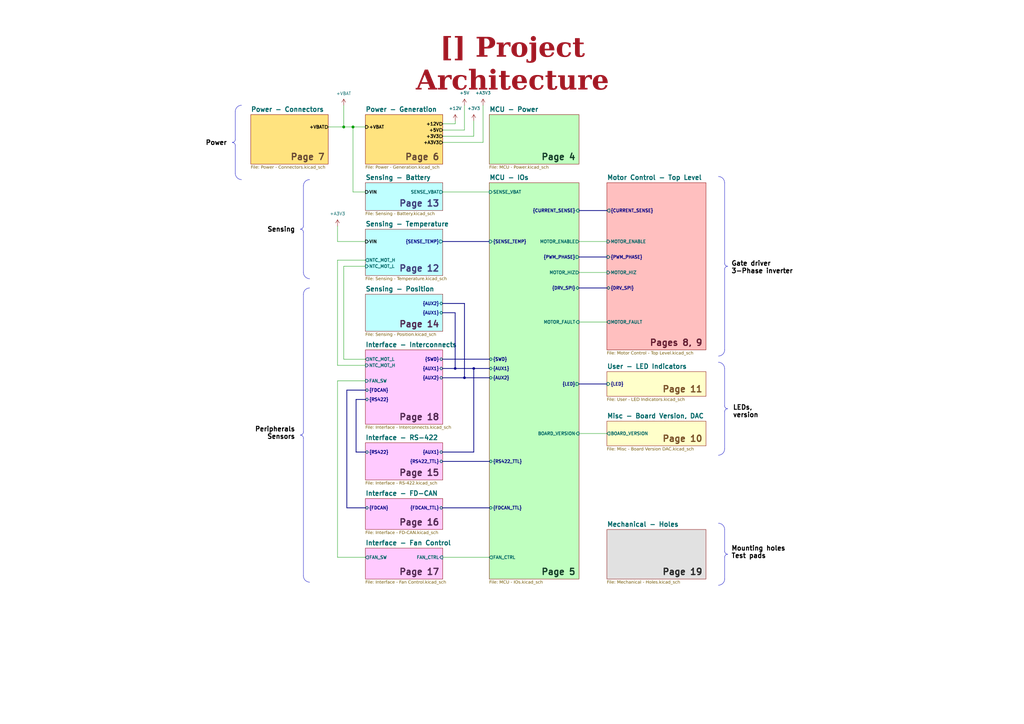
<source format=kicad_sch>
(kicad_sch (version 20230121) (generator eeschema)
  (paper "A3")
  (title_block (title "Project Architecture") (date "2023-11-25") (rev "${REVISION}") (company "${COMPANY}"))
  (lib_symbols
    (symbol "0_power_symbols:+A3V3" (power) (pin_names (offset 0))
      (property "Value" "+A3V3" (at 0 3.556 0))
      (symbol "+A3V3_0_1"
        (polyline (pts (xy -0.762 1.27) (xy 0 2.54)))
        (polyline (pts (xy 0 0) (xy 0 2.54)))
        (polyline (pts (xy 0 2.54) (xy 0.762 1.27)))
      )
      (symbol "+A3V3_1_1"
        (pin power_in line (at 0 0 90) (length 0) hide (name "+A3V3") (number "1"))
      )
    )
    (symbol "0_power_symbols:+VBAT" (power) (pin_names (offset 0))
      (property "Value" "+VBAT" (at 0 3.556 0))
      (symbol "+VBAT_0_1"
        (polyline (pts (xy -0.762 1.27) (xy 0 2.54)))
        (polyline (pts (xy 0 0) (xy 0 2.54)))
        (polyline (pts (xy 0 2.54) (xy 0.762 1.27)))
      )
      (symbol "+VBAT_1_1"
        (pin power_in line (at 0 0 90) (length 0) hide (name "+VBAT") (number "1"))
      )
    )
    (symbol "power:+12V" (power) (pin_names (offset 0))
      (property "Value" "+12V" (at 0 3.556 0))
      (symbol "+12V_0_1"
        (polyline (pts (xy -0.762 1.27) (xy 0 2.54)))
        (polyline (pts (xy 0 0) (xy 0 2.54)))
        (polyline (pts (xy 0 2.54) (xy 0.762 1.27)))
      )
      (symbol "+12V_1_1"
        (pin power_in line (at 0 0 90) (length 0) hide (name "+12V") (number "1"))
      )
    )
    (symbol "power:+3V3" (power) (pin_names (offset 0))
      (property "Value" "+3V3" (at 0 3.556 0))
      (symbol "+3V3_0_1"
        (polyline (pts (xy -0.762 1.27) (xy 0 2.54)))
        (polyline (pts (xy 0 0) (xy 0 2.54)))
        (polyline (pts (xy 0 2.54) (xy 0.762 1.27)))
      )
      (symbol "+3V3_1_1"
        (pin power_in line (at 0 0 90) (length 0) hide (name "+3V3") (number "1"))
      )
    )
    (symbol "power:+5V" (power) (pin_names (offset 0))
      (property "Value" "+5V" (at 0 3.556 0))
      (symbol "+5V_0_1"
        (polyline (pts (xy -0.762 1.27) (xy 0 2.54)))
        (polyline (pts (xy 0 0) (xy 0 2.54)))
        (polyline (pts (xy 0 2.54) (xy 0.762 1.27)))
      )
      (symbol "+5V_1_1"
        (pin power_in line (at 0 0 90) (length 0) hide (name "+5V") (number "1"))
      )
    )
  )
  (junction (at 194.31 151.13))
  (junction (at 140.97 52.07) (diameter 1.016))
  (junction (at 190.5 154.94))
  (junction (at 186.69 151.13))
  (junction (at 144.78 52.07) (diameter 1.016))
  (bus (pts (xy 194.31 151.13) (xy 194.31 185.42)))
  (wire (pts (xy 181.61 58.42) (xy 198.12 58.42)))
  (polyline (pts (xy 96.52 59.69) (xy 96.52 71.12)))
  (bus (pts (xy 186.69 151.13) (xy 194.31 151.13)))
  (polyline (pts (xy 124.46 92.71) (xy 124.46 76.2)))
  (polyline (pts (xy 297.18 166.37) (xy 297.18 151.13)))
  (bus (pts (xy 186.69 151.13) (xy 186.69 128.27)))
  (polyline (pts (xy 124.46 179.705) (xy 124.46 236.22)))
  (wire (pts (xy 140.97 43.18) (xy 140.97 52.07)))
  (polyline (pts (xy 124.46 120.65) (xy 124.46 177.165)))
  (polyline (pts (xy 96.52 57.15) (xy 96.52 45.72)))
  (bus (pts (xy 190.5 154.94) (xy 200.66 154.94)))
  (wire (pts (xy 186.69 49.53) (xy 186.69 50.8)))
  (polyline (pts (xy 297.18 217.17) (xy 297.18 226.06)))
  (bus (pts (xy 181.61 151.13) (xy 186.69 151.13)))
  (wire (pts (xy 237.49 177.8) (xy 248.92 177.8)))
  (polyline (pts (xy 297.18 110.49) (xy 297.18 143.51)))
  (wire (pts (xy 134.62 52.07) (xy 140.97 52.07)))
  (bus (pts (xy 146.05 185.42) (xy 149.86 185.42)))
  (wire (pts (xy 194.31 49.53) (xy 194.31 55.88)))
  (wire (pts (xy 190.5 43.18) (xy 190.5 53.34)))
  (wire (pts (xy 140.97 109.22) (xy 149.86 109.22)))
  (bus (pts (xy 146.05 163.83) (xy 146.05 185.42)))
  (bus (pts (xy 142.24 160.02) (xy 149.86 160.02)))
  (bus (pts (xy 149.86 208.28) (xy 142.24 208.28)))
  (polyline (pts (xy 124.46 95.25) (xy 124.46 111.76)))
  (wire (pts (xy 149.86 149.86) (xy 138.43 149.86)))
  (wire (pts (xy 198.12 43.18) (xy 198.12 58.42)))
  (bus (pts (xy 237.49 86.36) (xy 248.92 86.36)))
  (polyline (pts (xy 297.18 168.91) (xy 297.18 184.15)))
  (wire (pts (xy 144.78 52.07) (xy 144.78 78.74)))
  (wire (pts (xy 237.49 111.76) (xy 248.92 111.76)))
  (bus (pts (xy 190.5 124.46) (xy 181.61 124.46)))
  (wire (pts (xy 181.61 78.74) (xy 200.66 78.74)))
  (bus (pts (xy 181.61 147.32) (xy 200.66 147.32)))
  (wire (pts (xy 237.49 99.06) (xy 248.92 99.06)))
  (wire (pts (xy 144.78 52.07) (xy 149.86 52.07)))
  (bus (pts (xy 194.31 151.13) (xy 200.66 151.13)))
  (wire (pts (xy 138.43 92.71) (xy 138.43 99.06)))
  (bus (pts (xy 181.61 154.94) (xy 190.5 154.94)))
  (bus (pts (xy 237.49 105.41) (xy 248.92 105.41)))
  (wire (pts (xy 140.97 147.32) (xy 140.97 109.22)))
  (bus (pts (xy 181.61 99.06) (xy 200.66 99.06)))
  (wire (pts (xy 149.86 147.32) (xy 140.97 147.32)))
  (wire (pts (xy 181.61 55.88) (xy 194.31 55.88)))
  (polyline (pts (xy 297.18 74.93) (xy 297.18 107.95)))
  (bus (pts (xy 190.5 154.94) (xy 190.5 124.46)))
  (wire (pts (xy 138.43 156.21) (xy 138.43 228.6)))
  (bus (pts (xy 237.49 157.48) (xy 248.92 157.48)))
  (bus (pts (xy 149.86 163.83) (xy 146.05 163.83)))
  (wire (pts (xy 186.69 50.8) (xy 181.61 50.8)))
  (wire (pts (xy 181.61 53.34) (xy 190.5 53.34)))
  (wire (pts (xy 144.78 78.74) (xy 149.86 78.74)))
  (bus (pts (xy 181.61 189.23) (xy 200.66 189.23)))
  (wire (pts (xy 138.43 228.6) (xy 149.86 228.6)))
  (wire (pts (xy 181.61 228.6) (xy 200.66 228.6)))
  (bus (pts (xy 181.61 185.42) (xy 194.31 185.42)))
  (wire (pts (xy 140.97 52.07) (xy 144.78 52.07)))
  (polyline (pts (xy 297.18 228.6) (xy 297.18 237.49)))
  (bus (pts (xy 142.24 160.02) (xy 142.24 208.28)))
  (wire (pts (xy 237.49 132.08) (xy 248.92 132.08)))
  (bus (pts (xy 186.69 128.27) (xy 181.61 128.27)))
  (wire (pts (xy 149.86 156.21) (xy 138.43 156.21)))
  (bus (pts (xy 181.61 208.28) (xy 200.66 208.28)))
  (wire (pts (xy 138.43 99.06) (xy 149.86 99.06)))
  (bus (pts (xy 237.49 118.11) (xy 248.92 118.11)))
  (wire (pts (xy 138.43 106.68) (xy 149.86 106.68)))
  (wire (pts (xy 138.43 149.86) (xy 138.43 106.68)))
  (arc (start 96.52 45.72) (mid 97.2639 43.9239) (end 99.06 43.18))
  (arc (start 297.2 237.47) (mid 296.4561 239.2661) (end 294.66 240.01))
  (arc (start 297.2 143.49) (mid 296.4561 145.2861) (end 294.66 146.03))
  (arc (start 127 238.76) (mid 125.2098 238.0102) (end 124.46 236.22))
  (arc (start 298.45 109.22) (mid 297.5549 108.8451) (end 297.18 107.95))
  (arc (start 124.46 92.71) (mid 124.0851 93.6051) (end 123.19 93.98))
  (arc (start 297.18 110.49) (mid 297.5549 109.5949) (end 298.45 109.22))
  (arc (start 298.45 167.64) (mid 297.5549 167.2651) (end 297.18 166.37))
  (arc (start 297.18 184.15) (mid 296.4361 185.9461) (end 294.64 186.69))
  (arc (start 124.46 177.165) (mid 124.0834 178.0569) (end 123.19 178.435))
  (arc (start 297.2 228.58) (mid 297.5749 227.6849) (end 298.47 227.31))
  (arc (start 124.46 120.65) (mid 125.2039 118.8539) (end 127 118.11))
  (arc (start 99.06 73.66) (mid 97.2698 72.9102) (end 96.52 71.12))
  (arc (start 95.25 58.42) (mid 96.1451 58.7949) (end 96.52 59.69))
  (arc (start 123.19 93.98) (mid 124.0851 94.3549) (end 124.46 95.25))
  (arc (start 294.64 72.39) (mid 296.4302 73.1398) (end 297.18 74.93))
  (arc (start 298.47 227.31) (mid 297.5749 226.9351) (end 297.2 226.04))
  (arc (start 123.19 178.435) (mid 124.0869 178.8096) (end 124.46 179.705))
  (arc (start 297.18 168.91) (mid 297.5549 168.0149) (end 298.45 167.64))
  (arc (start 127 114.3) (mid 125.2098 113.5502) (end 124.46 111.76))
  (arc (start 124.46 76.2) (mid 125.2039 74.4039) (end 127 73.66))
  (arc (start 294.64 148.59) (mid 296.4302 149.3398) (end 297.18 151.13))
  (arc (start 96.52 57.15) (mid 96.1451 58.0451) (end 95.25 58.42))
  (arc (start 294.66 214.61) (mid 296.4502 215.3598) (end 297.2 217.15))
  (text_box "Power" (at 81.28 55.88 0) (size 13.335 5.08) (stroke (width -0.0001)) (effects (font (size 1.905 1.905) (thickness 0.381) bold) (justify right top)))
  (text_box "Peripherals\nSensors" (at 102.87 173.355 0) (size 19.685 10.16) (stroke (width -0.0001)) (effects (font (size 1.905 1.905) (thickness 0.381) bold) (justify right top)))
  (text_box "Sensing" (at 109.22 91.44 0) (size 13.335 5.08) (stroke (width -0.0001)) (effects (font (size 1.905 1.905) (thickness 0.381) bold) (justify right top)))
  (text_box "[${#}] ${TITLE}" (at 144.78 20.32 0) (size 130.81 12.7) (stroke (width -0.0001)) (effects (font (size 8 8) (thickness 1.2) bold)))
  (text_box "LEDs, version" (at 299.085 164.465 0) (size 13.335 7.62) (stroke (width -0.0001)) (effects (font (size 1.905 1.905) (thickness 0.381) bold) (justify left top)))
  (text_box "Mounting holes\nTest pads" (at 298.45 222.25 0) (size 26.015 10.18) (stroke (width -0.0001)) (effects (font (size 1.905 1.905) (thickness 0.381) bold) (justify left top)))
  (text_box "Gate driver\n3-Phase inverter" (at 298.45 105.41 0) (size 29.21 10.16) (stroke (width -0.0001)) (effects (font (size 1.905 1.905) (thickness 0.381) bold) (justify left top)))
  (text "Page 18" (at 180.34 172.72 0) (effects (font (size 2.54 2.54) bold) (justify right bottom)))
  (text "Page 13" (at 180.34 85.09 0) (effects (font (size 2.54 2.54) bold) (justify right bottom)))
  (text "Page 16" (at 180.34 215.9 0) (effects (font (size 2.54 2.54) bold) (justify right bottom)))
  (text "Page 12" (at 180.34 111.76 0) (effects (font (size 2.54 2.54) bold) (justify right bottom)))
  (text "Page 10" (at 288.29 181.61 0) (effects (font (size 2.54 2.54) bold) (justify right bottom)))
  (text "Page 7" (at 133.35 66.04 0) (effects (font (size 2.54 2.54) bold) (justify right bottom)))
  (text "Page 17" (at 180.34 236.22 0) (effects (font (size 2.54 2.54) bold) (justify right bottom)))
  (text "Pages 8, 9" (at 288.29 142.24 0) (effects (font (size 2.54 2.54) bold) (justify right bottom)))
  (text "Page 11" (at 288.29 161.29 0) (effects (font (size 2.54 2.54) bold) (justify right bottom)))
  (text "Page 6" (at 180.34 66.04 0) (effects (font (size 2.54 2.54) bold) (justify right bottom)))
  (text "Page 14" (at 180.34 134.62 0) (effects (font (size 2.54 2.54) bold) (justify right bottom)))
  (text "Page 4" (at 236.22 66.04 0) (effects (font (size 2.54 2.54) bold) (justify right bottom)))
  (text "Page 19" (at 288.29 236.22 0) (effects (font (size 2.54 2.54) bold) (justify right bottom)))
  (text "Page 5" (at 236.22 236.22 0) (effects (font (size 2.54 2.54) bold) (justify right bottom)))
  (text "Page 15" (at 180.34 195.58 0) (effects (font (size 2.54 2.54) bold) (justify right bottom)))
  (symbol (lib_id "0_power_symbols:+A3V3") (at 198.12 43.18 0) (unit 1)
    (property "Reference" "#PWR06" (effects hide))
    (property "Value" "+A3V3" (at 198.12 38.1 0))
  )
  (symbol (lib_id "power:+5V") (at 190.5 43.18 0) (unit 1)
    (property "Reference" "#PWR04" (effects hide))
    (property "Value" "+5V" (at 190.5 38.1 0))
  )
  (symbol (lib_id "0_power_symbols:+A3V3") (at 138.43 92.71 0) (unit 1)
    (property "Reference" "#PWR01" (effects hide))
    (property "Value" "+A3V3" (at 138.43 87.63 0))
  )
  (symbol (lib_id "power:+3V3") (at 194.31 49.53 0) (unit 1)
    (property "Reference" "#PWR05" (effects hide))
    (property "Value" "+3V3" (at 194.31 44.45 0))
  )
  (symbol (lib_id "power:+12V") (at 186.69 49.53 0) (unit 1)
    (property "Reference" "#PWR075" (effects hide))
    (property "Value" "+12V" (at 186.69 44.45 0))
    (instances (project "amulet_controller" (path "" (reference "#PWR075") (unit 1)) (path "" (reference "#PWR03") (unit 1))))
  )
  (symbol (lib_id "0_power_symbols:+VBAT") (at 140.97 43.18 0) (unit 1)
    (property "Reference" "#PWR02" (effects hide))
    (property "Value" "+VBAT" (at 140.97 38.354 0))
  )
  (sheet (at 248.92 172.72) (size 40.64 10.16) (stroke (width 0.1524)) (fill (color 255 255 150 0.5000))
    (property "Sheetname" "Misc - Board Version, DAC" (at 248.92 171.6909 0) (effects (font (size 1.905 1.905) bold) (justify left bottom)))
    (property "Sheetfile" "Misc - Board Version DAC.kicad_sch" (at 248.92 183.4646 0) (effects (justify left top)))
    (pin "BOARD_VERSION" output (at 248.92 177.8 180) (effects (font (thickness 0.254) bold)))
  )
  (sheet (at 248.92 152.4) (size 40.64 10.16) (stroke (width 0.1524)) (fill (color 255 255 150 0.5000))
    (property "Sheetname" "User - LED Indicators" (at 248.92 151.3709 0) (effects (font (size 1.905 1.905) bold) (justify left bottom)))
    (property "Sheetfile" "User - LED Indicators.kicad_sch" (at 248.92 163.1446 0) (effects (justify left top)))
    (pin "{LED}" input (at 248.92 157.48 180) (effects (font (thickness 0.254) bold)))
  )
  (sheet (at 149.86 74.93) (size 31.75 11.43) (stroke (width 0.1524)) (fill (color 128 255 255 0.5000))
    (property "Sheetname" "Sensing - Battery" (at 149.86 73.9009 0) (effects (font (size 1.905 1.905) bold) (justify left bottom)))
    (property "Sheetfile" "Sensing - Battery.kicad_sch" (at 149.86 86.9446 0) (effects (justify left top)))
    (pin "VIN" input (at 149.86 78.74 180) (effects (font (thickness 0.254) bold)))
    (pin "SENSE_VBAT" output (at 181.61 78.74 0) (effects (font (thickness 0.254) bold)))
  )
  (sheet (at 248.92 74.93) (size 40.64 68.58) (stroke (width 0.1524)) (fill (color 255 128 128 0.5000))
    (property "Sheetname" "Motor Control - Top Level" (at 248.92 73.9009 0) (effects (font (size 1.905 1.905) bold) (justify left bottom)))
    (property "Sheetfile" "Motor Control - Top Level.kicad_sch" (at 248.92 144.0946 0) (effects (justify left top)))
    (pin "MOTOR_FAULT" output (at 248.92 132.08 180) (effects (font (thickness 0.254) bold)))
    (pin "MOTOR_HIZ" input (at 248.92 111.76 180) (effects (font (thickness 0.254) bold)))
    (pin "{DRV_SPI}" bidirectional (at 248.92 118.11 180) (effects (font (thickness 0.254) bold)))
    (pin "MOTOR_ENABLE" input (at 248.92 99.06 180) (effects (font (thickness 0.254) bold)))
    (pin "{PWM_PHASE}" input (at 248.92 105.41 180) (effects (font (thickness 0.254) bold)))
    (pin "{CURRENT_SENSE}" output (at 248.92 86.36 180) (effects (font (thickness 0.254) bold)))
  )
  (sheet (at 200.66 46.99) (size 36.83 20.32) (stroke (width 0.1524)) (fill (color 128 255 128 0.5000))
    (property "Sheetname" "MCU - Power" (at 200.66 45.9609 0) (effects (font (size 1.905 1.905) bold) (justify left bottom)))
    (property "Sheetfile" "MCU - Power.kicad_sch" (at 200.66 67.8946 0) (effects (justify left top)))
  )
  (sheet (at 102.87 46.99) (size 31.75 20.32) (stroke (width 0.1524)) (fill (color 255 200 0 0.5000))
    (property "Sheetname" "Power - Connectors" (at 102.87 45.9609 0) (effects (font (size 1.905 1.905) bold) (justify left bottom)))
    (property "Sheetfile" "Power - Connectors.kicad_sch" (at 102.87 67.8946 0) (effects (justify left top)))
    (pin "+VBAT" output (at 134.62 52.07 0) (effects (font (thickness 0.254) bold)))
  )
  (sheet (at 149.86 204.47) (size 31.75 12.7) (stroke (width 0.1524)) (fill (color 255 150 255 0.5000))
    (property "Sheetname" "Interface - FD-CAN" (at 149.86 203.4409 0) (effects (font (size 1.905 1.905) bold) (justify left bottom)))
    (property "Sheetfile" "Interface - FD-CAN.kicad_sch" (at 149.86 217.7546 0) (effects (justify left top)))
    (pin "{FDCAN_TTL}" bidirectional (at 181.61 208.28 0) (effects (font (thickness 0.254) bold)))
    (pin "{FDCAN}" bidirectional (at 149.86 208.28 180) (effects (font (thickness 0.254) bold)))
  )
  (sheet (at 149.86 120.65) (size 31.75 15.24) (stroke (width 0.1524)) (fill (color 128 255 255 0.5020))
    (property "Sheetname" "Sensing - Position" (at 149.86 119.6209 0) (effects (font (size 1.905 1.905) bold) (justify left bottom)))
    (property "Sheetfile" "Sensing - Position.kicad_sch" (at 149.86 136.4746 0) (effects (justify left top)))
    (pin "{AUX1}" bidirectional (at 181.61 128.27 0) (effects (font (thickness 0.254) bold)))
    (pin "{AUX2}" bidirectional (at 181.61 124.46 0) (effects (font (thickness 0.254) bold)))
  )
  (sheet (at 149.86 181.61) (size 31.75 15.24) (stroke (width 0.1524)) (fill (color 255 150 255 0.5000))
    (property "Sheetname" "Interface - RS-422" (at 149.86 180.5809 0) (effects (font (size 1.905 1.905) bold) (justify left bottom)))
    (property "Sheetfile" "Interface - RS-422.kicad_sch" (at 149.86 197.4346 0) (effects (justify left top)))
    (pin "{RS422_TTL}" bidirectional (at 181.61 189.23 0) (effects (font (thickness 0.254) bold)))
    (pin "{RS422}" bidirectional (at 149.86 185.42 180) (effects (font (thickness 0.254) bold)))
    (pin "{AUX1}" bidirectional (at 181.61 185.42 0) (effects (font (thickness 0.254) bold)))
  )
  (sheet (at 149.86 224.79) (size 31.75 12.7) (stroke (width 0.1524)) (fill (color 255 150 255 0.5020))
    (property "Sheetname" "Interface - Fan Control" (at 149.86 223.7609 0) (effects (font (size 1.905 1.905) bold) (justify left bottom)))
    (property "Sheetfile" "Interface - Fan Control.kicad_sch" (at 149.86 238.0746 0) (effects (justify left top)))
    (pin "FAN_CTRL" input (at 181.61 228.6 0) (effects (font (thickness 0.254) bold)))
    (pin "FAN_SW" output (at 149.86 228.6 180) (effects (font (thickness 0.254) bold)))
  )
  (sheet (at 149.86 46.99) (size 31.75 20.32) (stroke (width 0.1524)) (fill (color 255 200 0 0.5000))
    (property "Sheetname" "Power - Generation" (at 149.86 45.9609 0) (effects (font (size 1.905 1.905) bold) (justify left bottom)))
    (property "Sheetfile" "Power - Generation.kicad_sch" (at 149.86 67.8946 0) (effects (justify left top)))
    (pin "+VBAT" input (at 149.86 52.07 180) (effects (font (thickness 0.254) bold)))
    (pin "+5V" output (at 181.61 53.34 0) (effects (font (thickness 0.254) bold)))
    (pin "+3V3" output (at 181.61 55.88 0) (effects (font (thickness 0.254) bold)))
    (pin "+12V" output (at 181.61 50.8 0) (effects (font (thickness 0.254) bold)))
    (pin "+A3V3" output (at 181.61 58.42 0) (effects (font (thickness 0.254) bold)))
  )
  (sheet (at 248.92 217.17) (size 40.64 20.32) (stroke (width 0.1524)) (fill (color 0 0 0 0.1200))
    (property "Sheetname" "Mechanical - Holes" (at 248.92 216.1409 0) (effects (font (size 1.905 1.905) bold) (justify left bottom)))
    (property "Sheetfile" "Mechanical - Holes.kicad_sch" (at 248.92 238.0746 0) (effects (justify left top)))
  )
  (sheet (at 149.86 143.51) (size 31.75 30.48) (stroke (width 0.1524)) (fill (color 255 150 255 0.5000))
    (property "Sheetname" "Interface - Interconnects" (at 149.86 142.4809 0) (effects (font (size 1.905 1.905) bold) (justify left bottom)))
    (property "Sheetfile" "Interface - Interconnects.kicad_sch" (at 149.86 174.5746 0) (effects (justify left top)))
    (pin "NTC_MOT_H" input (at 149.86 149.86 180) (effects (font (thickness 0.254) bold)))
    (pin "NTC_MOT_L" output (at 149.86 147.32 180) (effects (font (thickness 0.254) bold)))
    (pin "{AUX2}" bidirectional (at 181.61 154.94 0) (effects (font (thickness 0.254) bold)))
    (pin "{AUX1}" bidirectional (at 181.61 151.13 0) (effects (font (thickness 0.254) bold)))
    (pin "{FDCAN}" bidirectional (at 149.86 160.02 180) (effects (font (thickness 0.254) bold)))
    (pin "{SWD}" bidirectional (at 181.61 147.32 0) (effects (font (thickness 0.254) bold)))
    (pin "{RS422}" bidirectional (at 149.86 163.83 180) (effects (font (thickness 0.254) bold)))
    (pin "FAN_SW" input (at 149.86 156.21 180) (effects (font (thickness 0.254) bold)))
  )
  (sheet (at 200.66 74.93) (size 36.83 162.56) (stroke (width 0.1524)) (fill (color 128 255 128 0.5000))
    (property "Sheetname" "MCU - IOs" (at 200.66 73.9009 0) (effects (font (size 1.905 1.905) bold) (justify left bottom)))
    (property "Sheetfile" "MCU - IOs.kicad_sch" (at 200.66 238.0746 0) (effects (justify left top)))
    (pin "{RS422_TTL}" bidirectional (at 200.66 189.23 180) (effects (font (thickness 0.254) bold)))
    (pin "{SWD}" bidirectional (at 200.66 147.32 180) (effects (font (thickness 0.254) bold)))
    (pin "{LED}" output (at 237.49 157.48 0) (effects (font (thickness 0.254) bold)))
    (pin "BOARD_VERSION" input (at 237.49 177.8 0) (effects (font (thickness 0.254) bold)))
    (pin "MOTOR_FAULT" input (at 237.49 132.08 0) (effects (font (thickness 0.254) bold)))
    (pin "MOTOR_ENABLE" output (at 237.49 99.06 0) (effects (font (thickness 0.254) bold)))
    (pin "MOTOR_HIZ" output (at 237.49 111.76 0) (effects (font (thickness 0.254) bold)))
    (pin "{CURRENT_SENSE}" input (at 237.49 86.36 0) (effects (font (thickness 0.254) bold)))
    (pin "{PWM_PHASE}" output (at 237.49 105.41 0) (effects (font (thickness 0.254) bold)))
    (pin "{DRV_SPI}" bidirectional (at 237.49 118.11 0) (effects (font (thickness 0.254) bold)))
    (pin "{AUX1}" bidirectional (at 200.66 151.13 180) (effects (font (thickness 0.254) bold)))
    (pin "{AUX2}" bidirectional (at 200.66 154.94 180) (effects (font (thickness 0.254) bold)))
    (pin "{FDCAN_TTL}" bidirectional (at 200.66 208.28 180) (effects (font (thickness 0.254) bold)))
    (pin "{SENSE_TEMP}" input (at 200.66 99.06 180) (effects (font (thickness 0.254) bold)))
    (pin "SENSE_VBAT" input (at 200.66 78.74 180) (effects (font (thickness 0.254) bold)))
    (pin "FAN_CTRL" output (at 200.66 228.6 180) (effects (font (thickness 0.254) bold)))
  )
  (sheet (at 149.86 93.98) (size 31.75 19.05) (stroke (width 0.1524)) (fill (color 128 255 255 0.5000))
    (property "Sheetname" "Sensing - Temperature" (at 149.86 92.9509 0) (effects (font (size 1.905 1.905) bold) (justify left bottom)))
    (property "Sheetfile" "Sensing - Temperature.kicad_sch" (at 149.86 113.6146 0) (effects (justify left top)))
    (pin "VIN" input (at 149.86 99.06 180) (effects (font (thickness 0.254) bold)))
    (pin "NTC_MOT_L" input (at 149.86 109.22 180) (effects (font (thickness 0.254) bold)))
    (pin "NTC_MOT_H" output (at 149.86 106.68 180) (effects (font (thickness 0.254) bold)))
    (pin "{SENSE_TEMP}" output (at 181.61 99.06 0) (effects (font (thickness 0.254) bold)))
  )
)
</source>
